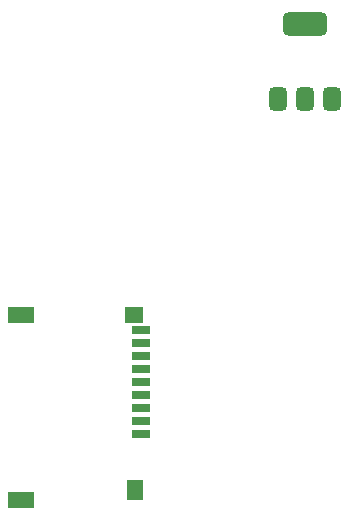
<source format=gbr>
%TF.GenerationSoftware,KiCad,Pcbnew,8.0.4*%
%TF.CreationDate,2024-10-29T21:41:18+06:00*%
%TF.ProjectId,PCB V0.6.3,50434220-5630-42e3-962e-332e6b696361,rev?*%
%TF.SameCoordinates,Original*%
%TF.FileFunction,Paste,Top*%
%TF.FilePolarity,Positive*%
%FSLAX46Y46*%
G04 Gerber Fmt 4.6, Leading zero omitted, Abs format (unit mm)*
G04 Created by KiCad (PCBNEW 8.0.4) date 2024-10-29 21:41:18*
%MOMM*%
%LPD*%
G01*
G04 APERTURE LIST*
G04 Aperture macros list*
%AMRoundRect*
0 Rectangle with rounded corners*
0 $1 Rounding radius*
0 $2 $3 $4 $5 $6 $7 $8 $9 X,Y pos of 4 corners*
0 Add a 4 corners polygon primitive as box body*
4,1,4,$2,$3,$4,$5,$6,$7,$8,$9,$2,$3,0*
0 Add four circle primitives for the rounded corners*
1,1,$1+$1,$2,$3*
1,1,$1+$1,$4,$5*
1,1,$1+$1,$6,$7*
1,1,$1+$1,$8,$9*
0 Add four rect primitives between the rounded corners*
20,1,$1+$1,$2,$3,$4,$5,0*
20,1,$1+$1,$4,$5,$6,$7,0*
20,1,$1+$1,$6,$7,$8,$9,0*
20,1,$1+$1,$8,$9,$2,$3,0*%
G04 Aperture macros list end*
%ADD10RoundRect,0.375000X0.375000X-0.625000X0.375000X0.625000X-0.375000X0.625000X-0.375000X-0.625000X0*%
%ADD11RoundRect,0.500000X1.400000X-0.500000X1.400000X0.500000X-1.400000X0.500000X-1.400000X-0.500000X0*%
%ADD12R,1.600000X0.700000*%
%ADD13R,1.600000X1.400000*%
%ADD14R,2.200000X1.400000*%
%ADD15R,1.400000X1.800000*%
G04 APERTURE END LIST*
D10*
%TO.C,U8*%
X105700000Y-97400000D03*
X108000000Y-97400000D03*
D11*
X108000000Y-91100000D03*
D10*
X110300000Y-97400000D03*
%TD*%
D12*
%TO.C,P1*%
X94100000Y-125800000D03*
X94100000Y-124700000D03*
X94100000Y-123600000D03*
X94100000Y-122500000D03*
X94100000Y-121400000D03*
X94100000Y-120300000D03*
X94100000Y-119200000D03*
X94100000Y-118100000D03*
X94100000Y-117000000D03*
D13*
X93500000Y-115700000D03*
D14*
X84000000Y-115700000D03*
X84000000Y-131400000D03*
D15*
X93600000Y-130500000D03*
%TD*%
M02*

</source>
